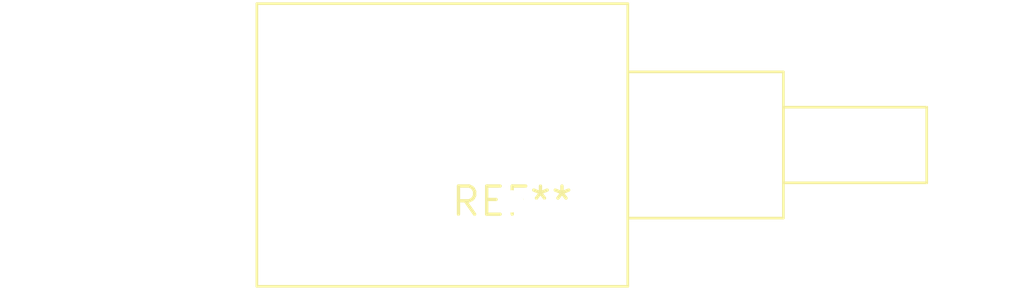
<source format=kicad_pcb>
(kicad_pcb (version 20240108) (generator pcbnew)
  (layers (0 "F.Cu" signal) (31 "B.Cu" signal) (34 "B.Paste" user) (35 "F.Paste" user) (36 "B.SilkS" user "B.Silkscreen") (37 "F.SilkS" user "F.Silkscreen") (38 "B.Mask" user) (39 "F.Mask" user) (44 "Edge.Cuts" user))
  (net 0 "")
  (footprint "Potentiometer_Vishay_148-149_Dual_Horizontal" (layer "F.Cu") (at 0 0)
    (property "Reference" "REF**")
    (property "Value" "Potentiometer_Vishay_148-149_Dual_Horizontal")
    (fp_line (start -11.49 -8.91) (end -11.49 3.83) (layer "F.SilkS") (stroke (width 0.12)))
    (fp_line (start -11.49 -8.91) (end 5.2 -8.91) (layer "F.SilkS") (stroke (width 0.12)))
    (fp_line (start -11.49 3.83) (end 5.2 3.83) (layer "F.SilkS") (stroke (width 0.12)))
    (fp_line (start 5.2 -8.91) (end 5.2 3.83) (layer "F.SilkS") (stroke (width 0.12)))
    (fp_line (start 5.2 -5.835) (end 5.2 0.755) (layer "F.SilkS") (stroke (width 0.12)))
    (fp_line (start 5.2 -5.835) (end 12.2 -5.835) (layer "F.SilkS") (stroke (width 0.12)))
    (fp_line (start 5.2 0.755) (end 12.2 0.755) (layer "F.SilkS") (stroke (width 0.12)))
    (fp_line (start 12.2 -5.835) (end 12.2 0.755) (layer "F.SilkS") (stroke (width 0.12)))
    (fp_line (start 12.2 -4.244) (end 12.2 -0.835) (layer "F.SilkS") (stroke (width 0.12)))
    (fp_line (start 12.2 -4.244) (end 18.65 -4.244) (layer "F.SilkS") (stroke (width 0.12)))
    (fp_line (start 12.2 -0.835) (end 18.65 -0.835) (layer "F.SilkS") (stroke (width 0.12)))
    (fp_line (start 18.65 -4.244) (end 18.65 -0.835) (layer "F.SilkS") (stroke (width 0.12)))
    (pad "1" thru_hole circle (at 0 0) (size 1.8 1.8) (drill 1) (layers *.Cu *.Mask) (remove_unused_layers))
    (pad "2" thru_hole circle (at 0 -2.54) (size 1.8 1.8) (drill 1) (layers *.Cu *.Mask) (remove_unused_layers))
    (pad "3" thru_hole circle (at 0 -5.08) (size 1.8 1.8) (drill 1) (layers *.Cu *.Mask) (remove_unused_layers))
    (pad "4" thru_hole circle (at -7.62 0) (size 1.8 1.8) (drill 1) (layers *.Cu *.Mask) (remove_unused_layers))
    (pad "5" thru_hole circle (at -7.62 -2.54) (size 1.8 1.8) (drill 1) (layers *.Cu *.Mask) (remove_unused_layers))
    (pad "6" thru_hole circle (at -7.62 -5.08) (size 1.8 1.8) (drill 1) (layers *.Cu *.Mask) (remove_unused_layers))
  )
)
</source>
